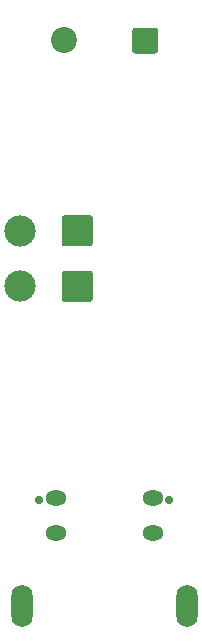
<source format=gbr>
%TF.GenerationSoftware,KiCad,Pcbnew,(5.1.6)-1*%
%TF.CreationDate,2021-02-04T17:03:45-05:00*%
%TF.ProjectId,horny_charger,686f726e-795f-4636-9861-726765722e6b,rev?*%
%TF.SameCoordinates,Original*%
%TF.FileFunction,Soldermask,Bot*%
%TF.FilePolarity,Negative*%
%FSLAX46Y46*%
G04 Gerber Fmt 4.6, Leading zero omitted, Abs format (unit mm)*
G04 Created by KiCad (PCBNEW (5.1.6)-1) date 2021-02-04 17:03:45*
%MOMM*%
%LPD*%
G01*
G04 APERTURE LIST*
%ADD10C,2.200000*%
%ADD11C,2.650000*%
%ADD12O,1.800000X3.600000*%
%ADD13C,0.700000*%
%ADD14O,1.800000X1.300000*%
G04 APERTURE END LIST*
D10*
%TO.C,REF\u002A\u002A*%
X143675000Y-48275000D03*
%TD*%
%TO.C,REF\u002A\u002A*%
G36*
G01*
X149450000Y-49138200D02*
X149450000Y-47461800D01*
G75*
G02*
X149711800Y-47200000I261800J0D01*
G01*
X151388200Y-47200000D01*
G75*
G02*
X151650000Y-47461800I0J-261800D01*
G01*
X151650000Y-49138200D01*
G75*
G02*
X151388200Y-49400000I-261800J0D01*
G01*
X149711800Y-49400000D01*
G75*
G02*
X149450000Y-49138200I0J261800D01*
G01*
G37*
%TD*%
%TO.C,REF\u002A\u002A*%
G36*
G01*
X146125000Y-63334700D02*
X146125000Y-65465300D01*
G75*
G02*
X145865300Y-65725000I-259700J0D01*
G01*
X143734700Y-65725000D01*
G75*
G02*
X143475000Y-65465300I0J259700D01*
G01*
X143475000Y-63334700D01*
G75*
G02*
X143734700Y-63075000I259700J0D01*
G01*
X145865300Y-63075000D01*
G75*
G02*
X146125000Y-63334700I0J-259700D01*
G01*
G37*
D11*
X140000000Y-64400000D03*
%TD*%
%TO.C,REF\u002A\u002A*%
X140000000Y-69100000D03*
G36*
G01*
X146125000Y-68034700D02*
X146125000Y-70165300D01*
G75*
G02*
X145865300Y-70425000I-259700J0D01*
G01*
X143734700Y-70425000D01*
G75*
G02*
X143475000Y-70165300I0J259700D01*
G01*
X143475000Y-68034700D01*
G75*
G02*
X143734700Y-67775000I259700J0D01*
G01*
X145865300Y-67775000D01*
G75*
G02*
X146125000Y-68034700I0J-259700D01*
G01*
G37*
%TD*%
D12*
%TO.C,SW1*%
X140100000Y-96200000D03*
X154100000Y-96200000D03*
%TD*%
D13*
%TO.C,J1*%
X152600000Y-87200000D03*
D14*
X151200000Y-89970000D03*
X151200000Y-87030000D03*
X143000000Y-89970000D03*
D13*
X141600000Y-87200000D03*
D14*
X143000000Y-87030000D03*
%TD*%
M02*

</source>
